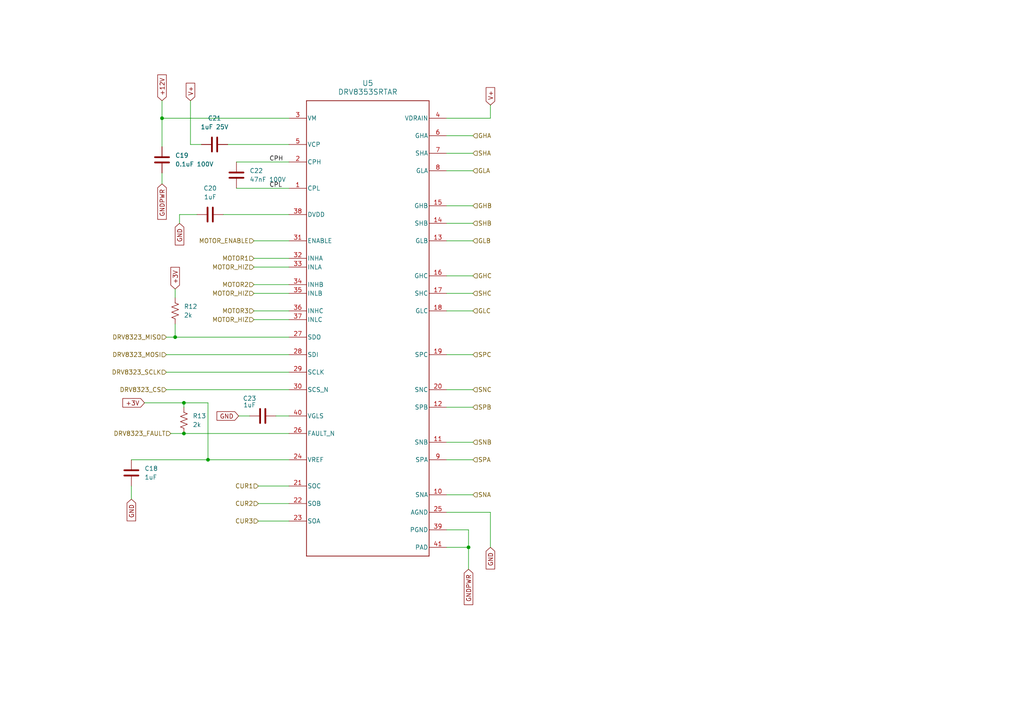
<source format=kicad_sch>
(kicad_sch (version 20231120) (generator "eeschema") (generator_version "8.0")
  (paper "A4")
  (title_block (title "moteus-x1") (rev "1"))
  (lib_symbols
    (symbol "Device:C" (pin_numbers hide) (pin_names (offset 0.254))
      (property "Reference" "C" (at 0.635 2.54 0))
      (property "Value" "C" (at 0.635 -2.54 0))
      (symbol "C_0_1"
        (polyline (pts (xy -2.032 -0.762) (xy 2.032 -0.762)) (stroke (width 0.508)))
        (polyline (pts (xy -2.032 0.762) (xy 2.032 0.762)) (stroke (width 0.508)))
      )
      (symbol "C_1_1"
        (pin passive line (at 0 3.81 270) (length 2.794) (name "~") (number "1"))
        (pin passive line (at 0 -3.81 90) (length 2.794) (name "~") (number "2"))
      )
    )
    (symbol "Device:R_US" (pin_numbers hide) (pin_names (offset 0))
      (property "Reference" "R" (at 2.54 0 90))
      (property "Value" "R_US" (at -2.54 0 90))
      (symbol "R_US_0_1"
        (polyline (pts (xy 0 -2.286) (xy 0 -2.54)))
        (polyline (pts (xy 0 2.286) (xy 0 2.54)))
        (polyline (pts (xy 0 -0.762) (xy 1.016 -1.143) (xy 0 -1.524) (xy -1.016 -1.905) (xy 0 -2.286)))
        (polyline (pts (xy 0 0.762) (xy 1.016 0.381) (xy 0 0) (xy -1.016 -0.381) (xy 0 -0.762)))
        (polyline (pts (xy 0 2.286) (xy 1.016 1.905) (xy 0 1.524) (xy -1.016 1.143) (xy 0 0.762)))
      )
      (symbol "R_US_1_1"
        (pin passive line (at 0 3.81 270) (length 1.27) (name "~") (number "1"))
        (pin passive line (at 0 -3.81 90) (length 1.27) (name "~") (number "2"))
      )
    )
    (symbol "moteus:DRV8353SRTAR" (pin_names (offset 0.254))
      (property "Reference" "U" (at 0 2.54 0))
      (property "Value" "DRV8353SRTAR" (at 0 0 0))
      (symbol "DRV8353SRTAR_0_1"
        (polyline (pts (xy -17.78 -66.04) (xy 17.78 -66.04)) (stroke (width 0.2032)))
        (polyline (pts (xy -17.78 66.04) (xy -17.78 -66.04)) (stroke (width 0.2032)))
        (polyline (pts (xy 17.78 -66.04) (xy 17.78 66.04)) (stroke (width 0.2032)))
        (polyline (pts (xy 17.78 66.04) (xy -17.78 66.04)) (stroke (width 0.2032)))
        (pin unspecified line (at -22.86 40.64 0) (length 5.08) (name "CPL") (number "1"))
        (pin input line (at 22.86 -48.26 180) (length 5.08) (name "SNA") (number "10"))
        (pin input line (at 22.86 -33.02 180) (length 5.08) (name "SNB") (number "11"))
        (pin input line (at 22.86 -22.86 180) (length 5.08) (name "SPB") (number "12"))
        (pin output line (at 22.86 25.4 180) (length 5.08) (name "GLB") (number "13"))
        (pin input line (at 22.86 30.48 180) (length 5.08) (name "SHB") (number "14"))
        (pin output line (at 22.86 35.56 180) (length 5.08) (name "GHB") (number "15"))
        (pin output line (at 22.86 15.24 180) (length 5.08) (name "GHC") (number "16"))
        (pin input line (at 22.86 10.16 180) (length 5.08) (name "SHC") (number "17"))
        (pin output line (at 22.86 5.08 180) (length 5.08) (name "GLC") (number "18"))
        (pin input line (at 22.86 -7.62 180) (length 5.08) (name "SPC") (number "19"))
        (pin unspecified line (at -22.86 48.26 0) (length 5.08) (name "CPH") (number "2"))
        (pin input line (at 22.86 -17.78 180) (length 5.08) (name "SNC") (number "20"))
        (pin output line (at -22.86 -45.72 0) (length 5.08) (name "SOC") (number "21"))
        (pin output line (at -22.86 -50.8 0) (length 5.08) (name "SOB") (number "22"))
        (pin output line (at -22.86 -55.88 0) (length 5.08) (name "SOA") (number "23"))
        (pin input line (at -22.86 -38.1 0) (length 5.08) (name "VREF") (number "24"))
        (pin power_in line (at 22.86 -53.34 180) (length 5.08) (name "AGND") (number "25"))
        (pin open_collector line (at -22.86 -30.48 0) (length 5.08) (name "FAULT_N") (number "26"))
        (pin unspecified line (at -22.86 -2.54 0) (length 5.08) (name "SDO") (number "27"))
        (pin input line (at -22.86 -7.62 0) (length 5.08) (name "SDI") (number "28"))
        (pin input line (at -22.86 -12.7 0) (length 5.08) (name "SCLK") (number "29"))
        (pin power_in line (at -22.86 60.96 0) (length 5.08) (name "VM") (number "3"))
        (pin input line (at -22.86 -17.78 0) (length 5.08) (name "SCS_N") (number "30"))
        (pin input line (at -22.86 25.4 0) (length 5.08) (name "ENABLE") (number "31"))
        (pin input line (at -22.86 20.32 0) (length 5.08) (name "INHA") (number "32"))
        (pin input line (at -22.86 17.78 0) (length 5.08) (name "INLA") (number "33"))
        (pin input line (at -22.86 12.7 0) (length 5.08) (name "INHB") (number "34"))
        (pin input line (at -22.86 10.16 0) (length 5.08) (name "INLB") (number "35"))
        (pin input line (at -22.86 5.08 0) (length 5.08) (name "INHC") (number "36"))
        (pin input line (at -22.86 2.54 0) (length 5.08) (name "INLC") (number "37"))
        (pin power_in line (at -22.86 33.02 0) (length 5.08) (name "DVDD") (number "38"))
        (pin power_in line (at 22.86 -58.42 180) (length 5.08) (name "PGND") (number "39"))
        (pin input line (at 22.86 60.96 180) (length 5.08) (name "VDRAIN") (number "4"))
        (pin power_in line (at -22.86 -25.4 0) (length 5.08) (name "VGLS") (number "40"))
        (pin power_in line (at 22.86 -63.5 180) (length 5.08) (name "PAD") (number "41"))
        (pin power_in line (at -22.86 53.34 0) (length 5.08) (name "VCP") (number "5"))
        (pin output line (at 22.86 55.88 180) (length 5.08) (name "GHA") (number "6"))
        (pin input line (at 22.86 50.8 180) (length 5.08) (name "SHA") (number "7"))
        (pin output line (at 22.86 45.72 180) (length 5.08) (name "GLA") (number "8"))
        (pin input line (at 22.86 -38.1 180) (length 5.08) (name "SPA") (number "9"))
      )
    )
  )
  (junction (at 53.34 125.73))
  (junction (at 50.8 97.79))
  (junction (at 60.325 133.35))
  (junction (at 53.34 116.84))
  (junction (at 46.99 34.29))
  (junction (at 135.89 158.75))
  (wire (pts (xy 60.325 133.35) (xy 83.82 133.35)))
  (wire (pts (xy 50.8 93.98) (xy 50.8 97.79)))
  (wire (pts (xy 129.54 90.17) (xy 137.16 90.17)))
  (wire (pts (xy 55.245 29.21) (xy 55.245 41.91)))
  (wire (pts (xy 129.54 64.77) (xy 137.16 64.77)))
  (wire (pts (xy 73.66 74.93) (xy 83.82 74.93)))
  (wire (pts (xy 129.54 69.85) (xy 137.16 69.85)))
  (wire (pts (xy 49.53 125.73) (xy 53.34 125.73)))
  (wire (pts (xy 135.89 153.67) (xy 135.89 158.75)))
  (wire (pts (xy 129.54 102.87) (xy 137.16 102.87)))
  (wire (pts (xy 129.54 85.09) (xy 137.16 85.09)))
  (wire (pts (xy 73.66 77.47) (xy 83.82 77.47)))
  (wire (pts (xy 55.245 41.91) (xy 58.42 41.91)))
  (wire (pts (xy 46.99 29.21) (xy 46.99 34.29)))
  (wire (pts (xy 64.77 62.23) (xy 83.82 62.23)))
  (wire (pts (xy 50.8 97.79) (xy 83.82 97.79)))
  (wire (pts (xy 73.66 69.85) (xy 83.82 69.85)))
  (wire (pts (xy 129.54 113.03) (xy 137.16 113.03)))
  (wire (pts (xy 69.215 120.65) (xy 72.39 120.65)))
  (wire (pts (xy 73.66 90.17) (xy 83.82 90.17)))
  (wire (pts (xy 52.07 62.23) (xy 52.07 64.77)))
  (wire (pts (xy 129.54 118.11) (xy 137.16 118.11)))
  (wire (pts (xy 53.34 116.84) (xy 53.34 118.11)))
  (wire (pts (xy 46.99 34.29) (xy 46.99 42.545)))
  (wire (pts (xy 80.01 120.65) (xy 83.82 120.65)))
  (wire (pts (xy 74.93 146.05) (xy 83.82 146.05)))
  (wire (pts (xy 129.54 158.75) (xy 135.89 158.75)))
  (wire (pts (xy 38.1 140.97) (xy 38.1 144.78)))
  (wire (pts (xy 129.54 59.69) (xy 137.16 59.69)))
  (wire (pts (xy 129.54 44.45) (xy 137.16 44.45)))
  (wire (pts (xy 48.26 97.79) (xy 50.8 97.79)))
  (wire (pts (xy 73.66 92.71) (xy 83.82 92.71)))
  (wire (pts (xy 48.26 113.03) (xy 83.82 113.03)))
  (wire (pts (xy 129.54 143.51) (xy 137.16 143.51)))
  (wire (pts (xy 66.04 41.91) (xy 83.82 41.91)))
  (wire (pts (xy 53.34 125.73) (xy 83.82 125.73)))
  (wire (pts (xy 68.58 46.99) (xy 83.82 46.99)))
  (wire (pts (xy 53.34 116.84) (xy 60.325 116.84)))
  (wire (pts (xy 129.54 153.67) (xy 135.89 153.67)))
  (wire (pts (xy 74.93 151.13) (xy 83.82 151.13)))
  (wire (pts (xy 129.54 39.37) (xy 137.16 39.37)))
  (wire (pts (xy 129.54 128.27) (xy 137.16 128.27)))
  (wire (pts (xy 74.93 140.97) (xy 83.82 140.97)))
  (wire (pts (xy 50.8 83.82) (xy 50.8 86.36)))
  (wire (pts (xy 41.91 116.84) (xy 53.34 116.84)))
  (wire (pts (xy 73.66 82.55) (xy 83.82 82.55)))
  (wire (pts (xy 60.325 116.84) (xy 60.325 133.35)))
  (wire (pts (xy 73.66 85.09) (xy 83.82 85.09)))
  (wire (pts (xy 142.24 30.48) (xy 142.24 34.29)))
  (wire (pts (xy 129.54 148.59) (xy 142.24 148.59)))
  (wire (pts (xy 129.54 49.53) (xy 137.16 49.53)))
  (wire (pts (xy 46.99 34.29) (xy 83.82 34.29)))
  (wire (pts (xy 48.26 107.95) (xy 83.82 107.95)))
  (wire (pts (xy 46.99 50.165) (xy 46.99 53.34)))
  (wire (pts (xy 129.54 34.29) (xy 142.24 34.29)))
  (wire (pts (xy 135.89 158.75) (xy 135.89 165.1)))
  (wire (pts (xy 48.26 102.87) (xy 83.82 102.87)))
  (wire (pts (xy 68.58 54.61) (xy 83.82 54.61)))
  (wire (pts (xy 57.15 62.23) (xy 52.07 62.23)))
  (wire (pts (xy 142.24 158.75) (xy 142.24 148.59)))
  (wire (pts (xy 38.1 133.35) (xy 60.325 133.35)))
  (wire (pts (xy 129.54 133.35) (xy 137.16 133.35)))
  (wire (pts (xy 129.54 80.01) (xy 137.16 80.01)))
  (label "CPL" (at 78.105 54.61 0))
  (label "CPH" (at 78.105 46.99 0))
  (global_label "GNDPWR" (shape input) (at 46.99 53.34 270) (property "Intersheetrefs" "${INTERSHEET_REFS}" (effects (hide yes))))
  (global_label "GND" (shape input) (at 52.07 64.77 270) (property "Intersheetrefs" "${INTERSHEET_REFS}" (effects (hide yes))))
  (global_label "GND" (shape input) (at 69.215 120.65 180) (property "Intersheetrefs" "${INTERSHEET_REFS}" (effects (hide yes))))
  (global_label "+3V" (shape input) (at 41.91 116.84 180) (property "Intersheetrefs" "${INTERSHEET_REFS}" (effects (hide yes))))
  (global_label "GND" (shape input) (at 38.1 144.78 270) (property "Intersheetrefs" "${INTERSHEET_REFS}" (effects (hide yes))))
  (global_label "GND" (shape input) (at 142.24 158.75 270) (property "Intersheetrefs" "${INTERSHEET_REFS}" (effects (hide yes))))
  (global_label "GNDPWR" (shape input) (at 135.89 165.1 270) (property "Intersheetrefs" "${INTERSHEET_REFS}" (effects (hide yes))))
  (global_label "+12V" (shape input) (at 46.99 29.21 90) (property "Intersheetrefs" "${INTERSHEET_REFS}" (effects (hide yes))))
  (global_label "V+" (shape input) (at 142.24 30.48 90) (property "Intersheetrefs" "${INTERSHEET_REFS}" (effects (hide yes))))
  (global_label "+3V" (shape input) (at 50.8 83.82 90) (property "Intersheetrefs" "${INTERSHEET_REFS}" (effects (hide yes))))
  (global_label "V+" (shape input) (at 55.245 29.21 90) (property "Intersheetrefs" "${INTERSHEET_REFS}" (effects (hide yes))))
  (hierarchical_label "CUR3" (shape input) (at 74.93 151.13 180))
  (hierarchical_label "MOTOR1" (shape input) (at 73.66 74.93 180))
  (hierarchical_label "MOTOR2" (shape input) (at 73.66 82.55 180))
  (hierarchical_label "SHA" (shape input) (at 137.16 44.45 0))
  (hierarchical_label "DRV8323_FAULT" (shape input) (at 49.53 125.73 180))
  (hierarchical_label "SHC" (shape input) (at 137.16 85.09 0))
  (hierarchical_label "GHA" (shape input) (at 137.16 39.37 0))
  (hierarchical_label "MOTOR_HIZ" (shape input) (at 73.66 85.09 180))
  (hierarchical_label "SNA" (shape input) (at 137.16 143.51 0))
  (hierarchical_label "MOTOR_HIZ" (shape input) (at 73.66 92.71 180))
  (hierarchical_label "MOTOR_HIZ" (shape input) (at 73.66 77.47 180))
  (hierarchical_label "GHB" (shape input) (at 137.16 59.69 0))
  (hierarchical_label "GLA" (shape input) (at 137.16 49.53 0))
  (hierarchical_label "DRV8323_MISO" (shape input) (at 48.26 97.79 180))
  (hierarchical_label "GLC" (shape input) (at 137.16 90.17 0))
  (hierarchical_label "SPA" (shape input) (at 137.16 133.35 0))
  (hierarchical_label "DRV8323_SCLK" (shape input) (at 48.26 107.95 180))
  (hierarchical_label "SPB" (shape input) (at 137.16 118.11 0))
  (hierarchical_label "DRV8323_CS" (shape input) (at 48.26 113.03 180))
  (hierarchical_label "CUR2" (shape input) (at 74.93 146.05 180))
  (hierarchical_label "GHC" (shape input) (at 137.16 80.01 0))
  (hierarchical_label "SHB" (shape input) (at 137.16 64.77 0))
  (hierarchical_label "MOTOR3" (shape input) (at 73.66 90.17 180))
  (hierarchical_label "GLB" (shape input) (at 137.16 69.85 0))
  (hierarchical_label "SNB" (shape input) (at 137.16 128.27 0))
  (hierarchical_label "DRV8323_MOSI" (shape input) (at 48.26 102.87 180))
  (hierarchical_label "SPC" (shape input) (at 137.16 102.87 0))
  (hierarchical_label "MOTOR_ENABLE" (shape input) (at 73.66 69.85 180))
  (hierarchical_label "SNC" (shape input) (at 137.16 113.03 0))
  (hierarchical_label "CUR1" (shape input) (at 74.93 140.97 180))
  (symbol (lib_id "moteus:DRV8353SRTAR") (at 106.68 95.25 0) (unit 1)
    (property "Reference" "U5" (at 106.68 24.13 0) (effects (font (size 1.524 1.524))))
    (property "Value" "DRV8353SRTAR" (at 106.68 26.67 0) (effects (font (size 1.524 1.524))))
    (property "Footprint" "moteus:RTA0040B" (effects (hide yes)))
    (property "Datasheet" "DRV8353SRTAR" (effects (hide yes)))
    (property "MPN" "DRV8353SRTAR" (effects (hide yes)))
    (property "MF" "TI" (effects (hide yes)))
    (property "POPULATE" "1" (effects (hide yes)))
  )
  (symbol (lib_id "Device:C") (at 46.99 46.355 180) (unit 1)
    (property "Reference" "C19" (at 50.8 45.085 0) (effects (justify right)))
    (property "Value" "0.1uF 100V" (at 50.8 47.625 0) (effects (justify right)))
    (property "Footprint" "Capacitor_SMD:C_0603_1608Metric" (effects (hide yes)))
    (property "MPN" "GCJ188R72A104KA01D" (effects (hide yes)))
    (property "MF" "MURATA" (effects (hide yes)))
    (property "POPULATE" "1" (effects (hide yes)))
  )
  (symbol (lib_id "Device:R_US") (at 53.34 121.92 0) (unit 1)
    (property "Reference" "R13" (at 55.88 120.65 0) (effects (justify left)))
    (property "Value" "2k" (at 55.88 123.19 0) (effects (justify left)))
    (property "Footprint" "Resistor_SMD:R_0402_1005Metric" (effects (hide yes)))
    (property "MPN" "MF-RES-0402-2K" (effects (hide yes)))
    (property "POPULATE" "1" (effects (hide yes)))
  )
  (symbol (lib_id "Device:C") (at 68.58 50.8 180) (unit 1)
    (property "Reference" "C22" (at 72.39 49.53 0) (effects (justify right)))
    (property "Value" "47nF 100V" (at 72.39 52.07 0) (effects (justify right)))
    (property "Footprint" "Capacitor_SMD:C_0603_1608Metric" (effects (hide yes)))
    (property "MPN" "C0603X473K1RAC7867" (effects (hide yes)))
    (property "MF" "KEMET" (effects (hide yes)))
    (property "POPULATE" "1" (effects (hide yes)))
  )
  (symbol (lib_id "Device:C") (at 38.1 137.16 180) (unit 1)
    (property "Reference" "C18" (at 41.91 135.89 0) (effects (justify right)))
    (property "Value" "1uF" (at 41.91 138.43 0) (effects (justify right)))
    (property "Footprint" "Capacitor_SMD:C_0603_1608Metric" (effects (hide yes)))
    (property "MPN" "MF-CAP-0603-1uF" (effects (hide yes)))
    (property "POPULATE" "1" (effects (hide yes)))
  )
  (symbol (lib_id "Device:R_US") (at 50.8 90.17 0) (unit 1)
    (property "Reference" "R12" (at 53.34 88.9 0) (effects (justify left)))
    (property "Value" "2k" (at 53.34 91.44 0) (effects (justify left)))
    (property "Footprint" "Resistor_SMD:R_0402_1005Metric" (effects (hide yes)))
    (property "MPN" "MF-RES-0402-2K" (effects (hide yes)))
    (property "POPULATE" "1" (effects (hide yes)))
  )
  (symbol (lib_id "Device:C") (at 76.2 120.65 90) (unit 1)
    (property "Reference" "C23" (at 72.39 115.57 90))
    (property "Value" "1uF" (at 72.39 117.475 90))
    (property "Footprint" "Capacitor_SMD:C_0603_1608Metric" (effects (hide yes)))
    (property "MPN" "C1608X7R1E105K080AE" (effects (hide yes)))
    (property "MF" "TDK" (effects (hide yes)))
    (property "POPULATE" "1" (effects (hide yes)))
  )
  (symbol (lib_id "Device:C") (at 60.96 62.23 90) (unit 1)
    (property "Reference" "C20" (at 60.96 54.61 90))
    (property "Value" "1uF" (at 60.96 57.15 90))
    (property "Footprint" "Capacitor_SMD:C_0402_1005Metric" (effects (hide yes)))
    (property "MPN" "MF-CAP-0402-1uF" (effects (hide yes)))
    (property "POPULATE" "1" (effects (hide yes)))
  )
  (symbol (lib_id "Device:C") (at 62.23 41.91 90) (unit 1)
    (property "Reference" "C21" (at 62.23 34.29 90))
    (property "Value" "1uF 25V" (at 62.23 36.83 90))
    (property "Footprint" "Capacitor_SMD:C_0603_1608Metric" (effects (hide yes)))
    (property "MPN" "C1608X7R1E105K080AE" (effects (hide yes)))
    (property "MF" "TDK" (effects (hide yes)))
    (property "POPULATE" "1" (effects (hide yes)))
  )
)
</source>
